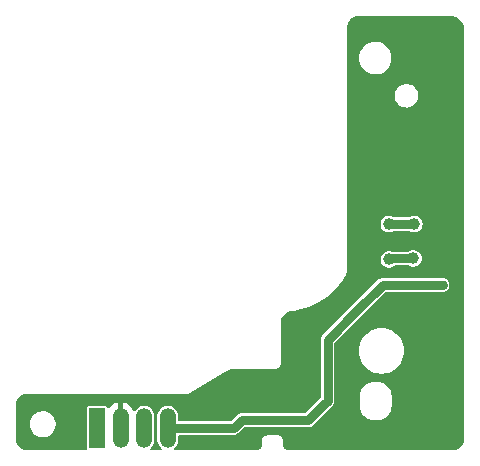
<source format=gbr>
%TF.GenerationSoftware,KiCad,Pcbnew,8.0.2*%
%TF.CreationDate,2024-09-01T00:37:24-07:00*%
%TF.ProjectId,procon_battery_pcb,70726f63-6f6e-45f6-9261-74746572795f,rev?*%
%TF.SameCoordinates,Original*%
%TF.FileFunction,Copper,L1,Top*%
%TF.FilePolarity,Positive*%
%FSLAX46Y46*%
G04 Gerber Fmt 4.6, Leading zero omitted, Abs format (unit mm)*
G04 Created by KiCad (PCBNEW 8.0.2) date 2024-09-01 00:37:24*
%MOMM*%
%LPD*%
G01*
G04 APERTURE LIST*
%TA.AperFunction,ComponentPad*%
%ADD10R,1.350000X3.350000*%
%TD*%
%TA.AperFunction,ComponentPad*%
%ADD11O,1.350000X3.350000*%
%TD*%
%TA.AperFunction,ViaPad*%
%ADD12C,1.000000*%
%TD*%
%TA.AperFunction,ViaPad*%
%ADD13C,0.750000*%
%TD*%
%TA.AperFunction,Conductor*%
%ADD14C,0.750000*%
%TD*%
G04 APERTURE END LIST*
D10*
%TO.P,J1,1,Pin_1*%
%TO.N,BATTERY_TS_TIEDOWN*%
X51607200Y-51130200D03*
D11*
%TO.P,J1,2,Pin_2*%
%TO.N,GND*%
X53607200Y-51130200D03*
%TO.P,J1,3,Pin_3*%
%TO.N,BATTERY_TS_SENSE*%
X55607200Y-51130200D03*
%TO.P,J1,4,Pin_4*%
%TO.N,BATTERY_POS*%
X57607200Y-51130200D03*
%TD*%
D12*
%TO.N,GND*%
X76250800Y-30861000D03*
X78486000Y-30835600D03*
%TO.N,BATTERY_POS*%
X76327000Y-36858200D03*
D13*
X80873600Y-39014400D03*
D12*
X78405459Y-36771345D03*
%TO.N,unconnected-(U1-NC-Pad2)*%
X76327000Y-33858200D03*
X78486000Y-33858200D03*
%TD*%
D14*
%TO.N,BATTERY_POS*%
X75793600Y-39014400D02*
X80873600Y-39014400D01*
X63779400Y-50546000D02*
X63855600Y-50469800D01*
X73583800Y-41224200D02*
X75793600Y-39014400D01*
X68072000Y-50469800D02*
X69494400Y-50469800D01*
X71145400Y-43662600D02*
X73583800Y-41224200D01*
X71145400Y-45085000D02*
X71145400Y-43662600D01*
X57607200Y-51130200D02*
X63195200Y-51130200D01*
X76413855Y-36771345D02*
X76327000Y-36858200D01*
X69494400Y-50469800D02*
X70840600Y-49123600D01*
X63855600Y-50469800D02*
X68072000Y-50469800D01*
X78405459Y-36771345D02*
X76413855Y-36771345D01*
X71145400Y-48818800D02*
X71145400Y-45085000D01*
X63195200Y-51130200D02*
X63779400Y-50546000D01*
X70840600Y-49123600D02*
X71145400Y-48818800D01*
%TO.N,unconnected-(U1-NC-Pad2)*%
X78486000Y-33858200D02*
X76327000Y-33858200D01*
%TD*%
%TA.AperFunction,Conductor*%
%TO.N,GND*%
G36*
X81447730Y-16209429D02*
G01*
X81454038Y-16209566D01*
X81546072Y-16211571D01*
X81564896Y-16213425D01*
X81759858Y-16247803D01*
X81780735Y-16253397D01*
X81965490Y-16320641D01*
X81985075Y-16329774D01*
X82155344Y-16428079D01*
X82173044Y-16440472D01*
X82323661Y-16566854D01*
X82338944Y-16582137D01*
X82460252Y-16726707D01*
X82465325Y-16732752D01*
X82477722Y-16750458D01*
X82576024Y-16920722D01*
X82585159Y-16940312D01*
X82652402Y-17125064D01*
X82657996Y-17145941D01*
X82692373Y-17340898D01*
X82694228Y-17359729D01*
X82696371Y-17458067D01*
X82696400Y-17460769D01*
X82696400Y-52027873D01*
X82696363Y-52030911D01*
X82694254Y-52116980D01*
X82691908Y-52138133D01*
X82658039Y-52308406D01*
X82650983Y-52331668D01*
X82585128Y-52490654D01*
X82573669Y-52512092D01*
X82478064Y-52655175D01*
X82462643Y-52673965D01*
X82340965Y-52795643D01*
X82322175Y-52811064D01*
X82179092Y-52906669D01*
X82157654Y-52918128D01*
X81998668Y-52983983D01*
X81975406Y-52991039D01*
X81805133Y-53024908D01*
X81783980Y-53027254D01*
X81700650Y-53029295D01*
X81697909Y-53029363D01*
X81694873Y-53029400D01*
X67878423Y-53029400D01*
X67874360Y-53029333D01*
X67869402Y-53029170D01*
X67825118Y-53027717D01*
X67797077Y-53023555D01*
X67780982Y-53019240D01*
X67700009Y-52997531D01*
X67670117Y-52985146D01*
X67584862Y-52935916D01*
X67559190Y-52916215D01*
X67489584Y-52846609D01*
X67469884Y-52820939D01*
X67420651Y-52735678D01*
X67408269Y-52705794D01*
X67382243Y-52608716D01*
X67378082Y-52580678D01*
X67376467Y-52531442D01*
X67376400Y-52527377D01*
X67376400Y-52229401D01*
X67376017Y-52216431D01*
X67374464Y-52163826D01*
X67340538Y-52037144D01*
X67340537Y-52037143D01*
X67340537Y-52037141D01*
X67292555Y-51954024D01*
X67274972Y-51923563D01*
X67274971Y-51923562D01*
X67274970Y-51923560D01*
X67182239Y-51830829D01*
X67068657Y-51765262D01*
X67068658Y-51765262D01*
X66941978Y-51731337D01*
X66941977Y-51731336D01*
X66941974Y-51731336D01*
X66876400Y-51729400D01*
X66876399Y-51729400D01*
X66076400Y-51729400D01*
X66010855Y-51731539D01*
X65884233Y-51765467D01*
X65884231Y-51765467D01*
X65884231Y-51765468D01*
X65770706Y-51831012D01*
X65770703Y-51831014D01*
X65678014Y-51923703D01*
X65678012Y-51923706D01*
X65612468Y-52037231D01*
X65578539Y-52163855D01*
X65576400Y-52229399D01*
X65576400Y-52527378D01*
X65576334Y-52531424D01*
X65574726Y-52580682D01*
X65570567Y-52608729D01*
X65544558Y-52705798D01*
X65532170Y-52735705D01*
X65482950Y-52820956D01*
X65463244Y-52846637D01*
X65393637Y-52916244D01*
X65367956Y-52935950D01*
X65282705Y-52985170D01*
X65252798Y-52997558D01*
X65155729Y-53023567D01*
X65127682Y-53027726D01*
X65083373Y-53029172D01*
X65078420Y-53029334D01*
X65074378Y-53029400D01*
X58244815Y-53029400D01*
X58177776Y-53009715D01*
X58132021Y-52956911D01*
X58122077Y-52887753D01*
X58151102Y-52824197D01*
X58161000Y-52814561D01*
X58160992Y-52814553D01*
X58287242Y-52688302D01*
X58287245Y-52688299D01*
X58383058Y-52544905D01*
X58449055Y-52385574D01*
X58482700Y-52216429D01*
X58482700Y-51829700D01*
X58502385Y-51762661D01*
X58555189Y-51716906D01*
X58606700Y-51705700D01*
X63270964Y-51705700D01*
X63270966Y-51705700D01*
X63417335Y-51666481D01*
X63548565Y-51590715D01*
X64057661Y-51081619D01*
X64118984Y-51048134D01*
X64145342Y-51045300D01*
X69570164Y-51045300D01*
X69570166Y-51045300D01*
X69716535Y-51006081D01*
X69847765Y-50930315D01*
X71301114Y-49476966D01*
X71301115Y-49476965D01*
X71605914Y-49172166D01*
X71681681Y-49040935D01*
X71720900Y-48894567D01*
X71720900Y-48743034D01*
X71720900Y-48568371D01*
X73844369Y-48568371D01*
X73844369Y-49118359D01*
X73846985Y-49238454D01*
X73846986Y-49238455D01*
X73888683Y-49474934D01*
X73970815Y-49700586D01*
X73970818Y-49700593D01*
X74009076Y-49766857D01*
X74090884Y-49908553D01*
X74092644Y-49910650D01*
X74245239Y-50092508D01*
X74286584Y-50127200D01*
X74429195Y-50246864D01*
X74637159Y-50366932D01*
X74862813Y-50449064D01*
X75099301Y-50490763D01*
X75339435Y-50490763D01*
X75339437Y-50490763D01*
X75575925Y-50449064D01*
X75801579Y-50366932D01*
X76009543Y-50246864D01*
X76193498Y-50092508D01*
X76347854Y-49908553D01*
X76467922Y-49700589D01*
X76550054Y-49474935D01*
X76591753Y-49238447D01*
X76594369Y-49118379D01*
X76594369Y-48568381D01*
X76591751Y-48448317D01*
X76550051Y-48211837D01*
X76467920Y-47986191D01*
X76347854Y-47778235D01*
X76193501Y-47594287D01*
X76101526Y-47517112D01*
X76009553Y-47439938D01*
X75801597Y-47319875D01*
X75801595Y-47319874D01*
X75801593Y-47319873D01*
X75725874Y-47292314D01*
X75575947Y-47237745D01*
X75339468Y-47196047D01*
X75339466Y-47196047D01*
X75099338Y-47196047D01*
X75099335Y-47196047D01*
X74862857Y-47237743D01*
X74738612Y-47282964D01*
X74637210Y-47319872D01*
X74637206Y-47319874D01*
X74637204Y-47319875D01*
X74429252Y-47439933D01*
X74429250Y-47439934D01*
X74245303Y-47594283D01*
X74245295Y-47594291D01*
X74090951Y-47778228D01*
X74090946Y-47778236D01*
X73970887Y-47986178D01*
X73970879Y-47986195D01*
X73888749Y-48211832D01*
X73847049Y-48448312D01*
X73847048Y-48448318D01*
X73844369Y-48568371D01*
X71720900Y-48568371D01*
X71720900Y-45009234D01*
X71720900Y-44596215D01*
X73782819Y-44596215D01*
X73782819Y-44596218D01*
X73802434Y-44870481D01*
X73860878Y-45139142D01*
X73956972Y-45396780D01*
X74088739Y-45638094D01*
X74088744Y-45638102D01*
X74253513Y-45858208D01*
X74253529Y-45858226D01*
X74447935Y-46052632D01*
X74447953Y-46052648D01*
X74668059Y-46217417D01*
X74668067Y-46217422D01*
X74909381Y-46349189D01*
X74909385Y-46349190D01*
X74909388Y-46349192D01*
X75167011Y-46445281D01*
X75167017Y-46445282D01*
X75167019Y-46445283D01*
X75435680Y-46503727D01*
X75435682Y-46503727D01*
X75435686Y-46503728D01*
X75679409Y-46521159D01*
X75709944Y-46523343D01*
X75709945Y-46523343D01*
X75709946Y-46523343D01*
X75737421Y-46521377D01*
X75984204Y-46503728D01*
X76252879Y-46445281D01*
X76510502Y-46349192D01*
X76510506Y-46349189D01*
X76510508Y-46349189D01*
X76631165Y-46283305D01*
X76751828Y-46217419D01*
X76971944Y-46052642D01*
X77166370Y-45858216D01*
X77331147Y-45638100D01*
X77462920Y-45396774D01*
X77559009Y-45139151D01*
X77617456Y-44870476D01*
X77637071Y-44596217D01*
X77617456Y-44321958D01*
X77559009Y-44053283D01*
X77462920Y-43795660D01*
X77462918Y-43795657D01*
X77462917Y-43795653D01*
X77331150Y-43554339D01*
X77331145Y-43554331D01*
X77166376Y-43334225D01*
X77166360Y-43334207D01*
X76971954Y-43139801D01*
X76971936Y-43139785D01*
X76751830Y-42975016D01*
X76751822Y-42975011D01*
X76510508Y-42843244D01*
X76407452Y-42804806D01*
X76252879Y-42747153D01*
X76252876Y-42747152D01*
X76252870Y-42747150D01*
X75984209Y-42688706D01*
X75709946Y-42669091D01*
X75709944Y-42669091D01*
X75435680Y-42688706D01*
X75167019Y-42747150D01*
X74909381Y-42843244D01*
X74668067Y-42975011D01*
X74668059Y-42975016D01*
X74447953Y-43139785D01*
X74447935Y-43139801D01*
X74253529Y-43334207D01*
X74253513Y-43334225D01*
X74088744Y-43554331D01*
X74088739Y-43554339D01*
X73956972Y-43795653D01*
X73860878Y-44053291D01*
X73802434Y-44321952D01*
X73782819Y-44596215D01*
X71720900Y-44596215D01*
X71720900Y-43952342D01*
X71740585Y-43885303D01*
X71757219Y-43864661D01*
X75995661Y-39626219D01*
X76056984Y-39592734D01*
X76083342Y-39589900D01*
X80827754Y-39589900D01*
X80843937Y-39590960D01*
X80873600Y-39594866D01*
X80903262Y-39590960D01*
X80919446Y-39589900D01*
X80949364Y-39589900D01*
X80949366Y-39589900D01*
X80978271Y-39582154D01*
X80994168Y-39578992D01*
X81023836Y-39575087D01*
X81023838Y-39575086D01*
X81023839Y-39575086D01*
X81051467Y-39563641D01*
X81066830Y-39558425D01*
X81095735Y-39550681D01*
X81121650Y-39535717D01*
X81136196Y-39528544D01*
X81163833Y-39517098D01*
X81187567Y-39498884D01*
X81201046Y-39489878D01*
X81226965Y-39474915D01*
X81248131Y-39453747D01*
X81260317Y-39443061D01*
X81284051Y-39424851D01*
X81302261Y-39401117D01*
X81312947Y-39388931D01*
X81334115Y-39367765D01*
X81349078Y-39341846D01*
X81358088Y-39328363D01*
X81376298Y-39304633D01*
X81387744Y-39276996D01*
X81394918Y-39262450D01*
X81409881Y-39236535D01*
X81417625Y-39207630D01*
X81422841Y-39192267D01*
X81434286Y-39164639D01*
X81434286Y-39164638D01*
X81434287Y-39164636D01*
X81438192Y-39134968D01*
X81441354Y-39119071D01*
X81449100Y-39090166D01*
X81449100Y-39060246D01*
X81450161Y-39044060D01*
X81454066Y-39014400D01*
X81454066Y-39014398D01*
X81450161Y-38984737D01*
X81449100Y-38968552D01*
X81449100Y-38938633D01*
X81447051Y-38930989D01*
X81441355Y-38909734D01*
X81438192Y-38893835D01*
X81434287Y-38864164D01*
X81422839Y-38836527D01*
X81417623Y-38821162D01*
X81409880Y-38792262D01*
X81394922Y-38766356D01*
X81387746Y-38751805D01*
X81376299Y-38724169D01*
X81376298Y-38724168D01*
X81376298Y-38724167D01*
X81358083Y-38700429D01*
X81349076Y-38686949D01*
X81334115Y-38661035D01*
X81312959Y-38639879D01*
X81302265Y-38627686D01*
X81284051Y-38603949D01*
X81284049Y-38603947D01*
X81284048Y-38603946D01*
X81260317Y-38585737D01*
X81248122Y-38575042D01*
X81226967Y-38553887D01*
X81226965Y-38553885D01*
X81217935Y-38548671D01*
X81201053Y-38538924D01*
X81187571Y-38529916D01*
X81163832Y-38511701D01*
X81163830Y-38511700D01*
X81136194Y-38500253D01*
X81121646Y-38493079D01*
X81095734Y-38478118D01*
X81066829Y-38470373D01*
X81051472Y-38465160D01*
X81023839Y-38453714D01*
X81023837Y-38453713D01*
X81023836Y-38453713D01*
X80994172Y-38449807D01*
X80978268Y-38446644D01*
X80949367Y-38438900D01*
X80949366Y-38438900D01*
X80919446Y-38438900D01*
X80903262Y-38437839D01*
X80873600Y-38433934D01*
X80843937Y-38437839D01*
X80827754Y-38438900D01*
X75717833Y-38438900D01*
X75571463Y-38478119D01*
X75440235Y-38553885D01*
X75440232Y-38553887D01*
X70684887Y-43309232D01*
X70684885Y-43309235D01*
X70609119Y-43440463D01*
X70569900Y-43586834D01*
X70569900Y-48529058D01*
X70550215Y-48596097D01*
X70533581Y-48616739D01*
X69292339Y-49857981D01*
X69231016Y-49891466D01*
X69204658Y-49894300D01*
X63779833Y-49894300D01*
X63633463Y-49933519D01*
X63502235Y-50009285D01*
X63502232Y-50009287D01*
X62993139Y-50518381D01*
X62931816Y-50551866D01*
X62905458Y-50554700D01*
X58606700Y-50554700D01*
X58539661Y-50535015D01*
X58493906Y-50482211D01*
X58482700Y-50430700D01*
X58482700Y-50043968D01*
X58482699Y-50043966D01*
X58475801Y-50009287D01*
X58449055Y-49874826D01*
X58392090Y-49737299D01*
X58383061Y-49715501D01*
X58383054Y-49715488D01*
X58287245Y-49572101D01*
X58287242Y-49572097D01*
X58165302Y-49450157D01*
X58165298Y-49450154D01*
X58021911Y-49354345D01*
X58021898Y-49354338D01*
X57862578Y-49288346D01*
X57862566Y-49288343D01*
X57693432Y-49254700D01*
X57693429Y-49254700D01*
X57520971Y-49254700D01*
X57520968Y-49254700D01*
X57351833Y-49288343D01*
X57351821Y-49288346D01*
X57192501Y-49354338D01*
X57192488Y-49354345D01*
X57049101Y-49450154D01*
X57049097Y-49450157D01*
X56927157Y-49572097D01*
X56927154Y-49572101D01*
X56831345Y-49715488D01*
X56831338Y-49715501D01*
X56765346Y-49874821D01*
X56765343Y-49874833D01*
X56731700Y-50043966D01*
X56731700Y-52216433D01*
X56765343Y-52385566D01*
X56765346Y-52385578D01*
X56831338Y-52544898D01*
X56831345Y-52544911D01*
X56927154Y-52688298D01*
X56927157Y-52688302D01*
X57053408Y-52814553D01*
X57052367Y-52815593D01*
X57087583Y-52867289D01*
X57089456Y-52937134D01*
X57053270Y-52996903D01*
X56990515Y-53027621D01*
X56969585Y-53029400D01*
X56244815Y-53029400D01*
X56177776Y-53009715D01*
X56132021Y-52956911D01*
X56122077Y-52887753D01*
X56151102Y-52824197D01*
X56161000Y-52814561D01*
X56160992Y-52814553D01*
X56287242Y-52688302D01*
X56287245Y-52688299D01*
X56383058Y-52544905D01*
X56449055Y-52385574D01*
X56482700Y-52216429D01*
X56482700Y-50043971D01*
X56482700Y-50043968D01*
X56482699Y-50043966D01*
X56475801Y-50009287D01*
X56449055Y-49874826D01*
X56392090Y-49737299D01*
X56383061Y-49715501D01*
X56383054Y-49715488D01*
X56287245Y-49572101D01*
X56287242Y-49572097D01*
X56165302Y-49450157D01*
X56165298Y-49450154D01*
X56021911Y-49354345D01*
X56021898Y-49354338D01*
X55862578Y-49288346D01*
X55862566Y-49288343D01*
X55693432Y-49254700D01*
X55693429Y-49254700D01*
X55520971Y-49254700D01*
X55520968Y-49254700D01*
X55351833Y-49288343D01*
X55351821Y-49288346D01*
X55192501Y-49354338D01*
X55192488Y-49354345D01*
X55049101Y-49450154D01*
X55049097Y-49450157D01*
X54927157Y-49572097D01*
X54882663Y-49638687D01*
X54829050Y-49683491D01*
X54759725Y-49692198D01*
X54696698Y-49662043D01*
X54669076Y-49626090D01*
X54612147Y-49514362D01*
X54503445Y-49364745D01*
X54503441Y-49364740D01*
X54372659Y-49233958D01*
X54372654Y-49233954D01*
X54223037Y-49125252D01*
X54058243Y-49041284D01*
X54058237Y-49041282D01*
X53882344Y-48984132D01*
X53857200Y-48980150D01*
X53857200Y-50814514D01*
X53852806Y-50810120D01*
X53761594Y-50757459D01*
X53659861Y-50730200D01*
X53554539Y-50730200D01*
X53452806Y-50757459D01*
X53361594Y-50810120D01*
X53357200Y-50814514D01*
X53357200Y-48980150D01*
X53357199Y-48980150D01*
X53332055Y-48984132D01*
X53156162Y-49041282D01*
X53156156Y-49041284D01*
X52991362Y-49125252D01*
X52841745Y-49233954D01*
X52841740Y-49233958D01*
X52710960Y-49364738D01*
X52685091Y-49400343D01*
X52629760Y-49443007D01*
X52560146Y-49448985D01*
X52498352Y-49416377D01*
X52478299Y-49386824D01*
X52477852Y-49387123D01*
X52426752Y-49310647D01*
X52360430Y-49266332D01*
X52360429Y-49266331D01*
X52301952Y-49254700D01*
X52301948Y-49254700D01*
X50912452Y-49254700D01*
X50912447Y-49254700D01*
X50853970Y-49266331D01*
X50853969Y-49266332D01*
X50787647Y-49310647D01*
X50743332Y-49376969D01*
X50743331Y-49376970D01*
X50731700Y-49435447D01*
X50731700Y-52824952D01*
X50742890Y-52881209D01*
X50736663Y-52950801D01*
X50693799Y-53005978D01*
X50627909Y-53029222D01*
X50621273Y-53029400D01*
X45747905Y-53029400D01*
X45744856Y-53029362D01*
X45741124Y-53029270D01*
X45658828Y-53027245D01*
X45637679Y-53024899D01*
X45467399Y-52991015D01*
X45444141Y-52983958D01*
X45285163Y-52918099D01*
X45263727Y-52906640D01*
X45120650Y-52811033D01*
X45101863Y-52795614D01*
X44980185Y-52673936D01*
X44964766Y-52655149D01*
X44942423Y-52621713D01*
X44869158Y-52512071D01*
X44857700Y-52490636D01*
X44791841Y-52331658D01*
X44784784Y-52308400D01*
X44769064Y-52229399D01*
X44750899Y-52138117D01*
X44748554Y-52116980D01*
X44746436Y-52030866D01*
X44746400Y-52027894D01*
X44746400Y-50808716D01*
X45913393Y-50808716D01*
X45913393Y-50808727D01*
X45933315Y-51017361D01*
X45933318Y-51017378D01*
X45992365Y-51218477D01*
X46088413Y-51404784D01*
X46217974Y-51569532D01*
X46217978Y-51569536D01*
X46376376Y-51706790D01*
X46376387Y-51706798D01*
X46557897Y-51811592D01*
X46557899Y-51811593D01*
X46755970Y-51880146D01*
X46963436Y-51909975D01*
X47172797Y-51900002D01*
X47376488Y-51850587D01*
X47567146Y-51763517D01*
X47737880Y-51641937D01*
X47882520Y-51490244D01*
X47995838Y-51313918D01*
X48073738Y-51119333D01*
X48113405Y-50913521D01*
X48115895Y-50808722D01*
X48113405Y-50703923D01*
X48073738Y-50498111D01*
X47995838Y-50303526D01*
X47882520Y-50127200D01*
X47803158Y-50043968D01*
X47737882Y-49975508D01*
X47737879Y-49975506D01*
X47567148Y-49853928D01*
X47567146Y-49853927D01*
X47376488Y-49766857D01*
X47172797Y-49717442D01*
X46983384Y-49708419D01*
X46963438Y-49707469D01*
X46963437Y-49707469D01*
X46963436Y-49707469D01*
X46755970Y-49737298D01*
X46755969Y-49737298D01*
X46755964Y-49737299D01*
X46557897Y-49805851D01*
X46376387Y-49910645D01*
X46376376Y-49910653D01*
X46217978Y-50047907D01*
X46217974Y-50047911D01*
X46088413Y-50212659D01*
X45992365Y-50398966D01*
X45933318Y-50600065D01*
X45933315Y-50600082D01*
X45913393Y-50808716D01*
X44746400Y-50808716D01*
X44746400Y-49210926D01*
X44746437Y-49207890D01*
X44748545Y-49121821D01*
X44750890Y-49100672D01*
X44784762Y-48930383D01*
X44791812Y-48907141D01*
X44857674Y-48748138D01*
X44869126Y-48726714D01*
X44964738Y-48583619D01*
X44980151Y-48564839D01*
X45101839Y-48443151D01*
X45120619Y-48427738D01*
X45263714Y-48332126D01*
X45285138Y-48320674D01*
X45444141Y-48254812D01*
X45467383Y-48247762D01*
X45637672Y-48213890D01*
X45658815Y-48211545D01*
X45739437Y-48209570D01*
X45744891Y-48209437D01*
X45747927Y-48209400D01*
X59346400Y-48209400D01*
X62311022Y-46503727D01*
X62967687Y-46125920D01*
X63029525Y-46109400D01*
X66676400Y-46109400D01*
X66741945Y-46107261D01*
X66868567Y-46073333D01*
X66982094Y-46007788D01*
X67074788Y-45915094D01*
X67140333Y-45801567D01*
X67174261Y-45674945D01*
X67176400Y-45609400D01*
X67176400Y-42203131D01*
X67176437Y-42200092D01*
X67178694Y-42108016D01*
X67181380Y-42085213D01*
X67220075Y-41903659D01*
X67228127Y-41878949D01*
X67303189Y-41710857D01*
X67316216Y-41688365D01*
X67424673Y-41539608D01*
X67442093Y-41520336D01*
X67579182Y-41397449D01*
X67600240Y-41382230D01*
X67759929Y-41290623D01*
X67783698Y-41280127D01*
X67960443Y-41223348D01*
X67982843Y-41218384D01*
X68074976Y-41206777D01*
X68076525Y-41206593D01*
X68323294Y-41178979D01*
X68813028Y-41087615D01*
X69293419Y-40955666D01*
X69761112Y-40784055D01*
X70212836Y-40573979D01*
X70645436Y-40326909D01*
X70850662Y-40185739D01*
X71055871Y-40044582D01*
X71055880Y-40044575D01*
X71055889Y-40044569D01*
X71441325Y-39728934D01*
X71799051Y-39382208D01*
X72126568Y-39006816D01*
X72421587Y-38605380D01*
X72682045Y-38180706D01*
X72796400Y-37959400D01*
X72796400Y-36858200D01*
X75621355Y-36858200D01*
X75641859Y-37027069D01*
X75641860Y-37027074D01*
X75702182Y-37186131D01*
X75738865Y-37239274D01*
X75798817Y-37326129D01*
X75904505Y-37419760D01*
X75926150Y-37438936D01*
X76076773Y-37517989D01*
X76076775Y-37517990D01*
X76241944Y-37558700D01*
X76412056Y-37558700D01*
X76577225Y-37517990D01*
X76727852Y-37438934D01*
X76772982Y-37398951D01*
X76796599Y-37378030D01*
X76859832Y-37348308D01*
X76878826Y-37346845D01*
X77964071Y-37346845D01*
X78021697Y-37361049D01*
X78155232Y-37431134D01*
X78155234Y-37431135D01*
X78320403Y-37471845D01*
X78490515Y-37471845D01*
X78655684Y-37431135D01*
X78756866Y-37378030D01*
X78806308Y-37352081D01*
X78806309Y-37352079D01*
X78806311Y-37352079D01*
X78933642Y-37239274D01*
X79030277Y-37099275D01*
X79090599Y-36940217D01*
X79111104Y-36771345D01*
X79090599Y-36602473D01*
X79030277Y-36443415D01*
X78933642Y-36303416D01*
X78838775Y-36219371D01*
X78806308Y-36190608D01*
X78655685Y-36111555D01*
X78490515Y-36070845D01*
X78320403Y-36070845D01*
X78155232Y-36111555D01*
X78021697Y-36181641D01*
X77964071Y-36195845D01*
X76581875Y-36195845D01*
X76552200Y-36192242D01*
X76412056Y-36157700D01*
X76241944Y-36157700D01*
X76076773Y-36198410D01*
X75926150Y-36277463D01*
X75798816Y-36390272D01*
X75702182Y-36530268D01*
X75641860Y-36689325D01*
X75641859Y-36689330D01*
X75621355Y-36858200D01*
X72796400Y-36858200D01*
X72796400Y-33858200D01*
X75621355Y-33858200D01*
X75641859Y-34027069D01*
X75641860Y-34027074D01*
X75702182Y-34186131D01*
X75764475Y-34276377D01*
X75798817Y-34326129D01*
X75904505Y-34419760D01*
X75926150Y-34438936D01*
X76076773Y-34517989D01*
X76076775Y-34517990D01*
X76241944Y-34558700D01*
X76412056Y-34558700D01*
X76577225Y-34517990D01*
X76651474Y-34479020D01*
X76710762Y-34447904D01*
X76768388Y-34433700D01*
X78044612Y-34433700D01*
X78102238Y-34447904D01*
X78235773Y-34517989D01*
X78235775Y-34517990D01*
X78400944Y-34558700D01*
X78571056Y-34558700D01*
X78736225Y-34517990D01*
X78815692Y-34476281D01*
X78886849Y-34438936D01*
X78886850Y-34438934D01*
X78886852Y-34438934D01*
X79014183Y-34326129D01*
X79110818Y-34186130D01*
X79171140Y-34027072D01*
X79191645Y-33858200D01*
X79171140Y-33689328D01*
X79110818Y-33530270D01*
X79014183Y-33390271D01*
X78886852Y-33277466D01*
X78886849Y-33277463D01*
X78736226Y-33198410D01*
X78571056Y-33157700D01*
X78400944Y-33157700D01*
X78235773Y-33198410D01*
X78102238Y-33268496D01*
X78044612Y-33282700D01*
X76768388Y-33282700D01*
X76710762Y-33268496D01*
X76577226Y-33198410D01*
X76412056Y-33157700D01*
X76241944Y-33157700D01*
X76076773Y-33198410D01*
X75926150Y-33277463D01*
X75798816Y-33390272D01*
X75702182Y-33530268D01*
X75641860Y-33689325D01*
X75641859Y-33689330D01*
X75621355Y-33858200D01*
X72796400Y-33858200D01*
X72796400Y-22990100D01*
X76807006Y-22990100D01*
X76827527Y-23191919D01*
X76888253Y-23385464D01*
X76888260Y-23385479D01*
X76986702Y-23562838D01*
X76986705Y-23562843D01*
X77118839Y-23716760D01*
X77118840Y-23716762D01*
X77279252Y-23840929D01*
X77279256Y-23840932D01*
X77461383Y-23930270D01*
X77657766Y-23981117D01*
X77860364Y-23991392D01*
X78060883Y-23960673D01*
X78251114Y-23890220D01*
X78423268Y-23782915D01*
X78570299Y-23643152D01*
X78686185Y-23476653D01*
X78766184Y-23290235D01*
X78807019Y-23091529D01*
X78809584Y-22990100D01*
X78807019Y-22888671D01*
X78766184Y-22689965D01*
X78686185Y-22503547D01*
X78570299Y-22337048D01*
X78423268Y-22197285D01*
X78251114Y-22089980D01*
X78142975Y-22049930D01*
X78060884Y-22019527D01*
X78060878Y-22019526D01*
X77860365Y-21988808D01*
X77860364Y-21988808D01*
X77759065Y-21993945D01*
X77657765Y-21999083D01*
X77461382Y-22049930D01*
X77279252Y-22139270D01*
X77118840Y-22263437D01*
X77118839Y-22263439D01*
X76986705Y-22417356D01*
X76986702Y-22417361D01*
X76888260Y-22594720D01*
X76888253Y-22594735D01*
X76827527Y-22788280D01*
X76807006Y-22990100D01*
X72796400Y-22990100D01*
X72796400Y-19798422D01*
X73791230Y-19798422D01*
X73791230Y-19798427D01*
X73811041Y-20031217D01*
X73869914Y-20257321D01*
X73966147Y-20470214D01*
X73966152Y-20470222D01*
X74096980Y-20663789D01*
X74258645Y-20832467D01*
X74258646Y-20832468D01*
X74446484Y-20971393D01*
X74446486Y-20971394D01*
X74446489Y-20971396D01*
X74655111Y-21076581D01*
X74878507Y-21144995D01*
X75110253Y-21174671D01*
X75343680Y-21164755D01*
X75572074Y-21115533D01*
X75788864Y-21028419D01*
X75987814Y-20905921D01*
X76163199Y-20751563D01*
X76309975Y-20569784D01*
X76423919Y-20365815D01*
X76501753Y-20145523D01*
X76541238Y-19915246D01*
X76543715Y-19798427D01*
X76541238Y-19681608D01*
X76501753Y-19451331D01*
X76423919Y-19231039D01*
X76423918Y-19231036D01*
X76309974Y-19027069D01*
X76163199Y-18845291D01*
X76163195Y-18845287D01*
X76071272Y-18764385D01*
X75987814Y-18690933D01*
X75788864Y-18568435D01*
X75572074Y-18481321D01*
X75572075Y-18481321D01*
X75343678Y-18432098D01*
X75110255Y-18422182D01*
X74878510Y-18451858D01*
X74655111Y-18520273D01*
X74655105Y-18520276D01*
X74446484Y-18625460D01*
X74258646Y-18764385D01*
X74258645Y-18764386D01*
X74096980Y-18933064D01*
X73966152Y-19126631D01*
X73966147Y-19126639D01*
X73869914Y-19339532D01*
X73811041Y-19565636D01*
X73791230Y-19798422D01*
X72796400Y-19798422D01*
X72796400Y-17210926D01*
X72796437Y-17207890D01*
X72796472Y-17206425D01*
X72798545Y-17121815D01*
X72800890Y-17100672D01*
X72834762Y-16930383D01*
X72841812Y-16907141D01*
X72907674Y-16748138D01*
X72919126Y-16726714D01*
X73014738Y-16583619D01*
X73030151Y-16564839D01*
X73151839Y-16443151D01*
X73170619Y-16427738D01*
X73313714Y-16332126D01*
X73335138Y-16320674D01*
X73494141Y-16254812D01*
X73517383Y-16247762D01*
X73687672Y-16213890D01*
X73708815Y-16211545D01*
X73789437Y-16209570D01*
X73794891Y-16209437D01*
X73797927Y-16209400D01*
X81445030Y-16209400D01*
X81447730Y-16209429D01*
G37*
%TD.AperFunction*%
%TD*%
M02*

</source>
